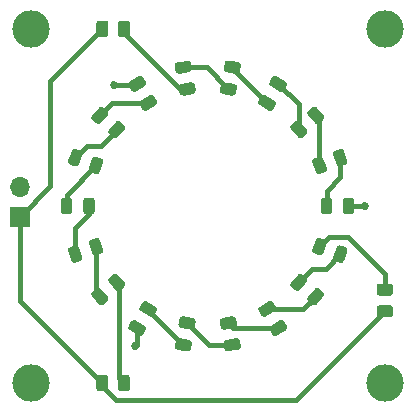
<source format=gbr>
G04 #@! TF.GenerationSoftware,KiCad,Pcbnew,5.1.9-73d0e3b20d~88~ubuntu20.10.1*
G04 #@! TF.CreationDate,2021-09-15T14:03:07-07:00*
G04 #@! TF.ProjectId,led_ring,6c65645f-7269-46e6-972e-6b696361645f,rev?*
G04 #@! TF.SameCoordinates,Original*
G04 #@! TF.FileFunction,Copper,L1,Top*
G04 #@! TF.FilePolarity,Positive*
%FSLAX46Y46*%
G04 Gerber Fmt 4.6, Leading zero omitted, Abs format (unit mm)*
G04 Created by KiCad (PCBNEW 5.1.9-73d0e3b20d~88~ubuntu20.10.1) date 2021-09-15 14:03:07*
%MOMM*%
%LPD*%
G01*
G04 APERTURE LIST*
G04 #@! TA.AperFunction,ComponentPad*
%ADD10C,3.175000*%
G04 #@! TD*
G04 #@! TA.AperFunction,ComponentPad*
%ADD11R,1.700000X1.700000*%
G04 #@! TD*
G04 #@! TA.AperFunction,ComponentPad*
%ADD12O,1.700000X1.700000*%
G04 #@! TD*
G04 #@! TA.AperFunction,ViaPad*
%ADD13C,0.685800*%
G04 #@! TD*
G04 #@! TA.AperFunction,Conductor*
%ADD14C,0.381000*%
G04 #@! TD*
G04 APERTURE END LIST*
D10*
X35800000Y-65800000D03*
X65800000Y-65800000D03*
X65800000Y-35800000D03*
X35800000Y-35800000D03*
G04 #@! TA.AperFunction,SMDPad,CuDef*
G36*
G01*
X60375000Y-51256250D02*
X60375000Y-50343750D01*
G75*
G02*
X60618750Y-50100000I243750J0D01*
G01*
X61106250Y-50100000D01*
G75*
G02*
X61350000Y-50343750I0J-243750D01*
G01*
X61350000Y-51256250D01*
G75*
G02*
X61106250Y-51500000I-243750J0D01*
G01*
X60618750Y-51500000D01*
G75*
G02*
X60375000Y-51256250I0J243750D01*
G01*
G37*
G04 #@! TD.AperFunction*
G04 #@! TA.AperFunction,SMDPad,CuDef*
G36*
G01*
X62250000Y-51256250D02*
X62250000Y-50343750D01*
G75*
G02*
X62493750Y-50100000I243750J0D01*
G01*
X62981250Y-50100000D01*
G75*
G02*
X63225000Y-50343750I0J-243750D01*
G01*
X63225000Y-51256250D01*
G75*
G02*
X62981250Y-51500000I-243750J0D01*
G01*
X62493750Y-51500000D01*
G75*
G02*
X62250000Y-51256250I0J243750D01*
G01*
G37*
G04 #@! TD.AperFunction*
G04 #@! TA.AperFunction,SMDPad,CuDef*
G36*
G01*
X61715509Y-47312625D02*
X61403415Y-46455156D01*
G75*
G02*
X61549098Y-46142739I229050J83367D01*
G01*
X62007198Y-45976004D01*
G75*
G02*
X62319615Y-46121687I83367J-229050D01*
G01*
X62631709Y-46979156D01*
G75*
G02*
X62486026Y-47291573I-229050J-83367D01*
G01*
X62027926Y-47458308D01*
G75*
G02*
X61715509Y-47312625I-83367J229050D01*
G01*
G37*
G04 #@! TD.AperFunction*
G04 #@! TA.AperFunction,SMDPad,CuDef*
G36*
G01*
X59953585Y-47953913D02*
X59641491Y-47096444D01*
G75*
G02*
X59787174Y-46784027I229050J83367D01*
G01*
X60245274Y-46617292D01*
G75*
G02*
X60557691Y-46762975I83367J-229050D01*
G01*
X60869785Y-47620444D01*
G75*
G02*
X60724102Y-47932861I-229050J-83367D01*
G01*
X60266002Y-48099596D01*
G75*
G02*
X59953585Y-47953913I-83367J229050D01*
G01*
G37*
G04 #@! TD.AperFunction*
G04 #@! TA.AperFunction,SMDPad,CuDef*
G36*
G01*
X58428159Y-44994779D02*
X57841615Y-44295764D01*
G75*
G02*
X57871659Y-43952362I186723J156679D01*
G01*
X58245105Y-43639003D01*
G75*
G02*
X58588507Y-43669047I156679J-186723D01*
G01*
X59175051Y-44368062D01*
G75*
G02*
X59145007Y-44711464I-186723J-156679D01*
G01*
X58771561Y-45024823D01*
G75*
G02*
X58428159Y-44994779I-156679J186723D01*
G01*
G37*
G04 #@! TD.AperFunction*
G04 #@! TA.AperFunction,SMDPad,CuDef*
G36*
G01*
X59864493Y-43789553D02*
X59277949Y-43090538D01*
G75*
G02*
X59307993Y-42747136I186723J156679D01*
G01*
X59681439Y-42433777D01*
G75*
G02*
X60024841Y-42463821I156679J-186723D01*
G01*
X60611385Y-43162836D01*
G75*
G02*
X60581341Y-43506238I-186723J-156679D01*
G01*
X60207895Y-43819597D01*
G75*
G02*
X59864493Y-43789553I-156679J186723D01*
G01*
G37*
G04 #@! TD.AperFunction*
G04 #@! TA.AperFunction,SMDPad,CuDef*
G36*
G01*
X56920124Y-41112114D02*
X56129876Y-40655864D01*
G75*
G02*
X56040657Y-40322895I121875J211094D01*
G01*
X56284407Y-39900707D01*
G75*
G02*
X56617376Y-39811488I211094J-121875D01*
G01*
X57407624Y-40267738D01*
G75*
G02*
X57496843Y-40600707I-121875J-211094D01*
G01*
X57253093Y-41022895D01*
G75*
G02*
X56920124Y-41112114I-211094J121875D01*
G01*
G37*
G04 #@! TD.AperFunction*
G04 #@! TA.AperFunction,SMDPad,CuDef*
G36*
G01*
X55982624Y-42735912D02*
X55192376Y-42279662D01*
G75*
G02*
X55103157Y-41946693I121875J211094D01*
G01*
X55346907Y-41524505D01*
G75*
G02*
X55679876Y-41435286I211094J-121875D01*
G01*
X56470124Y-41891536D01*
G75*
G02*
X56559343Y-42224505I-121875J-211094D01*
G01*
X56315593Y-42646693D01*
G75*
G02*
X55982624Y-42735912I-211094J121875D01*
G01*
G37*
G04 #@! TD.AperFunction*
G04 #@! TA.AperFunction,SMDPad,CuDef*
G36*
G01*
X52911970Y-41449678D02*
X52013333Y-41291224D01*
G75*
G02*
X51815613Y-41008850I42327J240047D01*
G01*
X51900266Y-40528756D01*
G75*
G02*
X52182640Y-40331036I240047J-42327D01*
G01*
X53081277Y-40489490D01*
G75*
G02*
X53278997Y-40771864I-42327J-240047D01*
G01*
X53194344Y-41251958D01*
G75*
G02*
X52911970Y-41449678I-240047J42327D01*
G01*
G37*
G04 #@! TD.AperFunction*
G04 #@! TA.AperFunction,SMDPad,CuDef*
G36*
G01*
X53237560Y-39603164D02*
X52338923Y-39444710D01*
G75*
G02*
X52141203Y-39162336I42327J240047D01*
G01*
X52225856Y-38682242D01*
G75*
G02*
X52508230Y-38484522I240047J-42327D01*
G01*
X53406867Y-38642976D01*
G75*
G02*
X53604587Y-38925350I-42327J-240047D01*
G01*
X53519934Y-39405444D01*
G75*
G02*
X53237560Y-39603164I-240047J42327D01*
G01*
G37*
G04 #@! TD.AperFunction*
G04 #@! TA.AperFunction,SMDPad,CuDef*
G36*
G01*
X49261077Y-39444710D02*
X48362440Y-39603164D01*
G75*
G02*
X48080066Y-39405444I-42327J240047D01*
G01*
X47995413Y-38925350D01*
G75*
G02*
X48193133Y-38642976I240047J42327D01*
G01*
X49091770Y-38484522D01*
G75*
G02*
X49374144Y-38682242I42327J-240047D01*
G01*
X49458797Y-39162336D01*
G75*
G02*
X49261077Y-39444710I-240047J-42327D01*
G01*
G37*
G04 #@! TD.AperFunction*
G04 #@! TA.AperFunction,SMDPad,CuDef*
G36*
G01*
X49586667Y-41291224D02*
X48688030Y-41449678D01*
G75*
G02*
X48405656Y-41251958I-42327J240047D01*
G01*
X48321003Y-40771864D01*
G75*
G02*
X48518723Y-40489490I240047J42327D01*
G01*
X49417360Y-40331036D01*
G75*
G02*
X49699734Y-40528756I42327J-240047D01*
G01*
X49784387Y-41008850D01*
G75*
G02*
X49586667Y-41291224I-240047J-42327D01*
G01*
G37*
G04 #@! TD.AperFunction*
G04 #@! TA.AperFunction,SMDPad,CuDef*
G36*
G01*
X46407624Y-42279662D02*
X45617376Y-42735912D01*
G75*
G02*
X45284407Y-42646693I-121875J211094D01*
G01*
X45040657Y-42224505D01*
G75*
G02*
X45129876Y-41891536I211094J121875D01*
G01*
X45920124Y-41435286D01*
G75*
G02*
X46253093Y-41524505I121875J-211094D01*
G01*
X46496843Y-41946693D01*
G75*
G02*
X46407624Y-42279662I-211094J-121875D01*
G01*
G37*
G04 #@! TD.AperFunction*
G04 #@! TA.AperFunction,SMDPad,CuDef*
G36*
G01*
X45470124Y-40655864D02*
X44679876Y-41112114D01*
G75*
G02*
X44346907Y-41022895I-121875J211094D01*
G01*
X44103157Y-40600707D01*
G75*
G02*
X44192376Y-40267738I211094J121875D01*
G01*
X44982624Y-39811488D01*
G75*
G02*
X45315593Y-39900707I121875J-211094D01*
G01*
X45559343Y-40322895D01*
G75*
G02*
X45470124Y-40655864I-211094J-121875D01*
G01*
G37*
G04 #@! TD.AperFunction*
G04 #@! TA.AperFunction,SMDPad,CuDef*
G36*
G01*
X42322051Y-43090538D02*
X41735507Y-43789553D01*
G75*
G02*
X41392105Y-43819597I-186723J156679D01*
G01*
X41018659Y-43506238D01*
G75*
G02*
X40988615Y-43162836I156679J186723D01*
G01*
X41575159Y-42463821D01*
G75*
G02*
X41918561Y-42433777I186723J-156679D01*
G01*
X42292007Y-42747136D01*
G75*
G02*
X42322051Y-43090538I-156679J-186723D01*
G01*
G37*
G04 #@! TD.AperFunction*
G04 #@! TA.AperFunction,SMDPad,CuDef*
G36*
G01*
X43758385Y-44295764D02*
X43171841Y-44994779D01*
G75*
G02*
X42828439Y-45024823I-186723J156679D01*
G01*
X42454993Y-44711464D01*
G75*
G02*
X42424949Y-44368062I156679J186723D01*
G01*
X43011493Y-43669047D01*
G75*
G02*
X43354895Y-43639003I186723J-156679D01*
G01*
X43728341Y-43952362D01*
G75*
G02*
X43758385Y-44295764I-156679J-186723D01*
G01*
G37*
G04 #@! TD.AperFunction*
G04 #@! TA.AperFunction,SMDPad,CuDef*
G36*
G01*
X41958509Y-47096444D02*
X41646415Y-47953913D01*
G75*
G02*
X41333998Y-48099596I-229050J83367D01*
G01*
X40875898Y-47932861D01*
G75*
G02*
X40730215Y-47620444I83367J229050D01*
G01*
X41042309Y-46762975D01*
G75*
G02*
X41354726Y-46617292I229050J-83367D01*
G01*
X41812826Y-46784027D01*
G75*
G02*
X41958509Y-47096444I-83367J-229050D01*
G01*
G37*
G04 #@! TD.AperFunction*
G04 #@! TA.AperFunction,SMDPad,CuDef*
G36*
G01*
X40196585Y-46455156D02*
X39884491Y-47312625D01*
G75*
G02*
X39572074Y-47458308I-229050J83367D01*
G01*
X39113974Y-47291573D01*
G75*
G02*
X38968291Y-46979156I83367J229050D01*
G01*
X39280385Y-46121687D01*
G75*
G02*
X39592802Y-45976004I229050J-83367D01*
G01*
X40050902Y-46142739D01*
G75*
G02*
X40196585Y-46455156I-83367J-229050D01*
G01*
G37*
G04 #@! TD.AperFunction*
G04 #@! TA.AperFunction,SMDPad,CuDef*
G36*
G01*
X39350000Y-50343750D02*
X39350000Y-51256250D01*
G75*
G02*
X39106250Y-51500000I-243750J0D01*
G01*
X38618750Y-51500000D01*
G75*
G02*
X38375000Y-51256250I0J243750D01*
G01*
X38375000Y-50343750D01*
G75*
G02*
X38618750Y-50100000I243750J0D01*
G01*
X39106250Y-50100000D01*
G75*
G02*
X39350000Y-50343750I0J-243750D01*
G01*
G37*
G04 #@! TD.AperFunction*
G04 #@! TA.AperFunction,SMDPad,CuDef*
G36*
G01*
X41225000Y-50343750D02*
X41225000Y-51256250D01*
G75*
G02*
X40981250Y-51500000I-243750J0D01*
G01*
X40493750Y-51500000D01*
G75*
G02*
X40250000Y-51256250I0J243750D01*
G01*
X40250000Y-50343750D01*
G75*
G02*
X40493750Y-50100000I243750J0D01*
G01*
X40981250Y-50100000D01*
G75*
G02*
X41225000Y-50343750I0J-243750D01*
G01*
G37*
G04 #@! TD.AperFunction*
G04 #@! TA.AperFunction,SMDPad,CuDef*
G36*
G01*
X41646415Y-53646087D02*
X41958509Y-54503556D01*
G75*
G02*
X41812826Y-54815973I-229050J-83367D01*
G01*
X41354726Y-54982708D01*
G75*
G02*
X41042309Y-54837025I-83367J229050D01*
G01*
X40730215Y-53979556D01*
G75*
G02*
X40875898Y-53667139I229050J83367D01*
G01*
X41333998Y-53500404D01*
G75*
G02*
X41646415Y-53646087I83367J-229050D01*
G01*
G37*
G04 #@! TD.AperFunction*
G04 #@! TA.AperFunction,SMDPad,CuDef*
G36*
G01*
X39884491Y-54287375D02*
X40196585Y-55144844D01*
G75*
G02*
X40050902Y-55457261I-229050J-83367D01*
G01*
X39592802Y-55623996D01*
G75*
G02*
X39280385Y-55478313I-83367J229050D01*
G01*
X38968291Y-54620844D01*
G75*
G02*
X39113974Y-54308427I229050J83367D01*
G01*
X39572074Y-54141692D01*
G75*
G02*
X39884491Y-54287375I83367J-229050D01*
G01*
G37*
G04 #@! TD.AperFunction*
G04 #@! TA.AperFunction,SMDPad,CuDef*
G36*
G01*
X41735507Y-57810447D02*
X42322051Y-58509462D01*
G75*
G02*
X42292007Y-58852864I-186723J-156679D01*
G01*
X41918561Y-59166223D01*
G75*
G02*
X41575159Y-59136179I-156679J186723D01*
G01*
X40988615Y-58437164D01*
G75*
G02*
X41018659Y-58093762I186723J156679D01*
G01*
X41392105Y-57780403D01*
G75*
G02*
X41735507Y-57810447I156679J-186723D01*
G01*
G37*
G04 #@! TD.AperFunction*
G04 #@! TA.AperFunction,SMDPad,CuDef*
G36*
G01*
X43171841Y-56605221D02*
X43758385Y-57304236D01*
G75*
G02*
X43728341Y-57647638I-186723J-156679D01*
G01*
X43354895Y-57960997D01*
G75*
G02*
X43011493Y-57930953I-156679J186723D01*
G01*
X42424949Y-57231938D01*
G75*
G02*
X42454993Y-56888536I186723J156679D01*
G01*
X42828439Y-56575177D01*
G75*
G02*
X43171841Y-56605221I156679J-186723D01*
G01*
G37*
G04 #@! TD.AperFunction*
G04 #@! TA.AperFunction,SMDPad,CuDef*
G36*
G01*
X45617376Y-58864088D02*
X46407624Y-59320338D01*
G75*
G02*
X46496843Y-59653307I-121875J-211094D01*
G01*
X46253093Y-60075495D01*
G75*
G02*
X45920124Y-60164714I-211094J121875D01*
G01*
X45129876Y-59708464D01*
G75*
G02*
X45040657Y-59375495I121875J211094D01*
G01*
X45284407Y-58953307D01*
G75*
G02*
X45617376Y-58864088I211094J-121875D01*
G01*
G37*
G04 #@! TD.AperFunction*
G04 #@! TA.AperFunction,SMDPad,CuDef*
G36*
G01*
X44679876Y-60487886D02*
X45470124Y-60944136D01*
G75*
G02*
X45559343Y-61277105I-121875J-211094D01*
G01*
X45315593Y-61699293D01*
G75*
G02*
X44982624Y-61788512I-211094J121875D01*
G01*
X44192376Y-61332262D01*
G75*
G02*
X44103157Y-60999293I121875J211094D01*
G01*
X44346907Y-60577105D01*
G75*
G02*
X44679876Y-60487886I211094J-121875D01*
G01*
G37*
G04 #@! TD.AperFunction*
G04 #@! TA.AperFunction,SMDPad,CuDef*
G36*
G01*
X48362440Y-61996836D02*
X49261077Y-62155290D01*
G75*
G02*
X49458797Y-62437664I-42327J-240047D01*
G01*
X49374144Y-62917758D01*
G75*
G02*
X49091770Y-63115478I-240047J42327D01*
G01*
X48193133Y-62957024D01*
G75*
G02*
X47995413Y-62674650I42327J240047D01*
G01*
X48080066Y-62194556D01*
G75*
G02*
X48362440Y-61996836I240047J-42327D01*
G01*
G37*
G04 #@! TD.AperFunction*
G04 #@! TA.AperFunction,SMDPad,CuDef*
G36*
G01*
X48688030Y-60150322D02*
X49586667Y-60308776D01*
G75*
G02*
X49784387Y-60591150I-42327J-240047D01*
G01*
X49699734Y-61071244D01*
G75*
G02*
X49417360Y-61268964I-240047J42327D01*
G01*
X48518723Y-61110510D01*
G75*
G02*
X48321003Y-60828136I42327J240047D01*
G01*
X48405656Y-60348042D01*
G75*
G02*
X48688030Y-60150322I240047J-42327D01*
G01*
G37*
G04 #@! TD.AperFunction*
G04 #@! TA.AperFunction,SMDPad,CuDef*
G36*
G01*
X52013333Y-60308776D02*
X52911970Y-60150322D01*
G75*
G02*
X53194344Y-60348042I42327J-240047D01*
G01*
X53278997Y-60828136D01*
G75*
G02*
X53081277Y-61110510I-240047J-42327D01*
G01*
X52182640Y-61268964D01*
G75*
G02*
X51900266Y-61071244I-42327J240047D01*
G01*
X51815613Y-60591150D01*
G75*
G02*
X52013333Y-60308776I240047J42327D01*
G01*
G37*
G04 #@! TD.AperFunction*
G04 #@! TA.AperFunction,SMDPad,CuDef*
G36*
G01*
X52338923Y-62155290D02*
X53237560Y-61996836D01*
G75*
G02*
X53519934Y-62194556I42327J-240047D01*
G01*
X53604587Y-62674650D01*
G75*
G02*
X53406867Y-62957024I-240047J-42327D01*
G01*
X52508230Y-63115478D01*
G75*
G02*
X52225856Y-62917758I-42327J240047D01*
G01*
X52141203Y-62437664D01*
G75*
G02*
X52338923Y-62155290I240047J42327D01*
G01*
G37*
G04 #@! TD.AperFunction*
G04 #@! TA.AperFunction,SMDPad,CuDef*
G36*
G01*
X56129876Y-60944136D02*
X56920124Y-60487886D01*
G75*
G02*
X57253093Y-60577105I121875J-211094D01*
G01*
X57496843Y-60999293D01*
G75*
G02*
X57407624Y-61332262I-211094J-121875D01*
G01*
X56617376Y-61788512D01*
G75*
G02*
X56284407Y-61699293I-121875J211094D01*
G01*
X56040657Y-61277105D01*
G75*
G02*
X56129876Y-60944136I211094J121875D01*
G01*
G37*
G04 #@! TD.AperFunction*
G04 #@! TA.AperFunction,SMDPad,CuDef*
G36*
G01*
X55192376Y-59320338D02*
X55982624Y-58864088D01*
G75*
G02*
X56315593Y-58953307I121875J-211094D01*
G01*
X56559343Y-59375495D01*
G75*
G02*
X56470124Y-59708464I-211094J-121875D01*
G01*
X55679876Y-60164714D01*
G75*
G02*
X55346907Y-60075495I-121875J211094D01*
G01*
X55103157Y-59653307D01*
G75*
G02*
X55192376Y-59320338I211094J121875D01*
G01*
G37*
G04 #@! TD.AperFunction*
G04 #@! TA.AperFunction,SMDPad,CuDef*
G36*
G01*
X57841615Y-57304236D02*
X58428159Y-56605221D01*
G75*
G02*
X58771561Y-56575177I186723J-156679D01*
G01*
X59145007Y-56888536D01*
G75*
G02*
X59175051Y-57231938I-156679J-186723D01*
G01*
X58588507Y-57930953D01*
G75*
G02*
X58245105Y-57960997I-186723J156679D01*
G01*
X57871659Y-57647638D01*
G75*
G02*
X57841615Y-57304236I156679J186723D01*
G01*
G37*
G04 #@! TD.AperFunction*
G04 #@! TA.AperFunction,SMDPad,CuDef*
G36*
G01*
X59277949Y-58509462D02*
X59864493Y-57810447D01*
G75*
G02*
X60207895Y-57780403I186723J-156679D01*
G01*
X60581341Y-58093762D01*
G75*
G02*
X60611385Y-58437164I-156679J-186723D01*
G01*
X60024841Y-59136179D01*
G75*
G02*
X59681439Y-59166223I-186723J156679D01*
G01*
X59307993Y-58852864D01*
G75*
G02*
X59277949Y-58509462I156679J186723D01*
G01*
G37*
G04 #@! TD.AperFunction*
G04 #@! TA.AperFunction,SMDPad,CuDef*
G36*
G01*
X61403415Y-55144844D02*
X61715509Y-54287375D01*
G75*
G02*
X62027926Y-54141692I229050J-83367D01*
G01*
X62486026Y-54308427D01*
G75*
G02*
X62631709Y-54620844I-83367J-229050D01*
G01*
X62319615Y-55478313D01*
G75*
G02*
X62007198Y-55623996I-229050J83367D01*
G01*
X61549098Y-55457261D01*
G75*
G02*
X61403415Y-55144844I83367J229050D01*
G01*
G37*
G04 #@! TD.AperFunction*
G04 #@! TA.AperFunction,SMDPad,CuDef*
G36*
G01*
X59641491Y-54503556D02*
X59953585Y-53646087D01*
G75*
G02*
X60266002Y-53500404I229050J-83367D01*
G01*
X60724102Y-53667139D01*
G75*
G02*
X60869785Y-53979556I-83367J-229050D01*
G01*
X60557691Y-54837025D01*
G75*
G02*
X60245274Y-54982708I-229050J83367D01*
G01*
X59787174Y-54815973D01*
G75*
G02*
X59641491Y-54503556I83367J229050D01*
G01*
G37*
G04 #@! TD.AperFunction*
D11*
X34900000Y-51700000D03*
D12*
X34900000Y-49160000D03*
G04 #@! TA.AperFunction,SMDPad,CuDef*
G36*
G01*
X41375000Y-66250001D02*
X41375000Y-65349999D01*
G75*
G02*
X41624999Y-65100000I249999J0D01*
G01*
X42150001Y-65100000D01*
G75*
G02*
X42400000Y-65349999I0J-249999D01*
G01*
X42400000Y-66250001D01*
G75*
G02*
X42150001Y-66500000I-249999J0D01*
G01*
X41624999Y-66500000D01*
G75*
G02*
X41375000Y-66250001I0J249999D01*
G01*
G37*
G04 #@! TD.AperFunction*
G04 #@! TA.AperFunction,SMDPad,CuDef*
G36*
G01*
X43200000Y-66250001D02*
X43200000Y-65349999D01*
G75*
G02*
X43449999Y-65100000I249999J0D01*
G01*
X43975001Y-65100000D01*
G75*
G02*
X44225000Y-65349999I0J-249999D01*
G01*
X44225000Y-66250001D01*
G75*
G02*
X43975001Y-66500000I-249999J0D01*
G01*
X43449999Y-66500000D01*
G75*
G02*
X43200000Y-66250001I0J249999D01*
G01*
G37*
G04 #@! TD.AperFunction*
G04 #@! TA.AperFunction,SMDPad,CuDef*
G36*
G01*
X43200000Y-36250001D02*
X43200000Y-35349999D01*
G75*
G02*
X43449999Y-35100000I249999J0D01*
G01*
X43975001Y-35100000D01*
G75*
G02*
X44225000Y-35349999I0J-249999D01*
G01*
X44225000Y-36250001D01*
G75*
G02*
X43975001Y-36500000I-249999J0D01*
G01*
X43449999Y-36500000D01*
G75*
G02*
X43200000Y-36250001I0J249999D01*
G01*
G37*
G04 #@! TD.AperFunction*
G04 #@! TA.AperFunction,SMDPad,CuDef*
G36*
G01*
X41375000Y-36250001D02*
X41375000Y-35349999D01*
G75*
G02*
X41624999Y-35100000I249999J0D01*
G01*
X42150001Y-35100000D01*
G75*
G02*
X42400000Y-35349999I0J-249999D01*
G01*
X42400000Y-36250001D01*
G75*
G02*
X42150001Y-36500000I-249999J0D01*
G01*
X41624999Y-36500000D01*
G75*
G02*
X41375000Y-36250001I0J249999D01*
G01*
G37*
G04 #@! TD.AperFunction*
G04 #@! TA.AperFunction,SMDPad,CuDef*
G36*
G01*
X66250001Y-60225000D02*
X65349999Y-60225000D01*
G75*
G02*
X65100000Y-59975001I0J249999D01*
G01*
X65100000Y-59449999D01*
G75*
G02*
X65349999Y-59200000I249999J0D01*
G01*
X66250001Y-59200000D01*
G75*
G02*
X66500000Y-59449999I0J-249999D01*
G01*
X66500000Y-59975001D01*
G75*
G02*
X66250001Y-60225000I-249999J0D01*
G01*
G37*
G04 #@! TD.AperFunction*
G04 #@! TA.AperFunction,SMDPad,CuDef*
G36*
G01*
X66250001Y-58400000D02*
X65349999Y-58400000D01*
G75*
G02*
X65100000Y-58150001I0J249999D01*
G01*
X65100000Y-57624999D01*
G75*
G02*
X65349999Y-57375000I249999J0D01*
G01*
X66250001Y-57375000D01*
G75*
G02*
X66500000Y-57624999I0J-249999D01*
G01*
X66500000Y-58150001D01*
G75*
G02*
X66250001Y-58400000I-249999J0D01*
G01*
G37*
G04 #@! TD.AperFunction*
D13*
X42831100Y-40588000D03*
X44685600Y-62679000D03*
X64103000Y-50799500D03*
D14*
X62017600Y-46717200D02*
X62017600Y-48346700D01*
X62017600Y-48346700D02*
X60862500Y-49501800D01*
X60862500Y-49501800D02*
X60862500Y-50800000D01*
X42831100Y-40588000D02*
X44705100Y-40588000D01*
X44705100Y-40588000D02*
X44831300Y-40461800D01*
X44831200Y-61138200D02*
X44831200Y-62533400D01*
X44831200Y-62533400D02*
X44685600Y-62679000D01*
X64103000Y-50799500D02*
X62738000Y-50799500D01*
X62738000Y-50799500D02*
X62737500Y-50800000D01*
X60255600Y-47358400D02*
X60255600Y-43437600D01*
X60255600Y-43437600D02*
X59944700Y-43126700D01*
X56768800Y-40461800D02*
X58508300Y-42201300D01*
X58508300Y-42201300D02*
X58508300Y-44331900D01*
X55831200Y-42085600D02*
X52872900Y-39127300D01*
X52872900Y-39127300D02*
X52872900Y-39043800D01*
X48727100Y-39043800D02*
X50700700Y-39043800D01*
X50700700Y-39043800D02*
X52547300Y-40890400D01*
X43712500Y-35800000D02*
X43712500Y-36171200D01*
X43712500Y-36171200D02*
X48431700Y-40890400D01*
X48431700Y-40890400D02*
X49052700Y-40890400D01*
X41655300Y-43126700D02*
X42696400Y-42085600D01*
X42696400Y-42085600D02*
X45768700Y-42085600D01*
X43091700Y-44331900D02*
X41731000Y-45692600D01*
X41731000Y-45692600D02*
X40607000Y-45692600D01*
X40607000Y-45692600D02*
X39582400Y-46717200D01*
X38862500Y-50800000D02*
X38862500Y-49840300D01*
X38862500Y-49840300D02*
X41344400Y-47358400D01*
X40737500Y-50800000D02*
X40737500Y-51478000D01*
X40737500Y-51478000D02*
X39582400Y-52633100D01*
X39582400Y-52633100D02*
X39582400Y-54882800D01*
X41655300Y-58473300D02*
X41344400Y-58162400D01*
X41344400Y-58162400D02*
X41344400Y-54241600D01*
X43712500Y-65800000D02*
X43316600Y-65404100D01*
X43316600Y-65404100D02*
X43316600Y-57493000D01*
X43316600Y-57493000D02*
X43091700Y-57268100D01*
X48727100Y-62556200D02*
X45768800Y-59597900D01*
X45768800Y-59597900D02*
X45768800Y-59514400D01*
X52872900Y-62556200D02*
X50899300Y-62556200D01*
X50899300Y-62556200D02*
X49052700Y-60709600D01*
X56768800Y-61138200D02*
X52975900Y-61138200D01*
X52975900Y-61138200D02*
X52547300Y-60709600D01*
X55831200Y-59514400D02*
X58903600Y-59514400D01*
X58903600Y-59514400D02*
X59944700Y-58473300D01*
X62017600Y-54882800D02*
X60789100Y-56111300D01*
X60789100Y-56111300D02*
X59665100Y-56111300D01*
X59665100Y-56111300D02*
X58508300Y-57268100D01*
X65800000Y-57887500D02*
X65800000Y-56556700D01*
X65800000Y-56556700D02*
X62652500Y-53409200D01*
X62652500Y-53409200D02*
X61088000Y-53409200D01*
X61088000Y-53409200D02*
X60255600Y-54241600D01*
X41887500Y-35800000D02*
X37460700Y-40226800D01*
X37460700Y-40226800D02*
X37460700Y-49139300D01*
X37460700Y-49139300D02*
X34900000Y-51700000D01*
X41887500Y-65800000D02*
X34900000Y-58812500D01*
X34900000Y-58812500D02*
X34900000Y-51700000D01*
X65800000Y-59712500D02*
X58290300Y-67222200D01*
X58290300Y-67222200D02*
X43028700Y-67222200D01*
X43028700Y-67222200D02*
X41887500Y-66081000D01*
X41887500Y-66081000D02*
X41887500Y-65800000D01*
M02*

</source>
